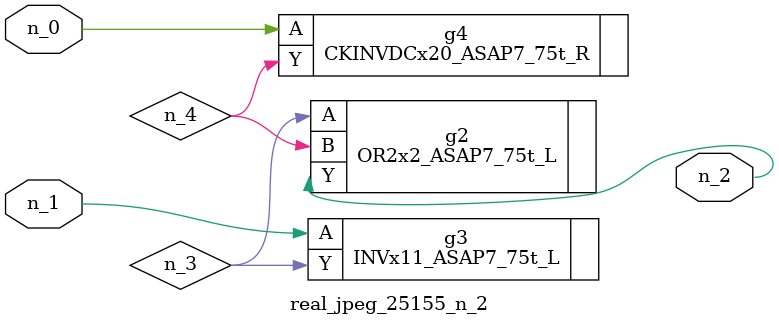
<source format=v>
module real_jpeg_25155_n_2 (n_1, n_0, n_2);

input n_1;
input n_0;

output n_2;

wire n_4;
wire n_3;

CKINVDCx20_ASAP7_75t_R g4 ( 
.A(n_0),
.Y(n_4)
);

INVx11_ASAP7_75t_L g3 ( 
.A(n_1),
.Y(n_3)
);

OR2x2_ASAP7_75t_L g2 ( 
.A(n_3),
.B(n_4),
.Y(n_2)
);


endmodule
</source>
